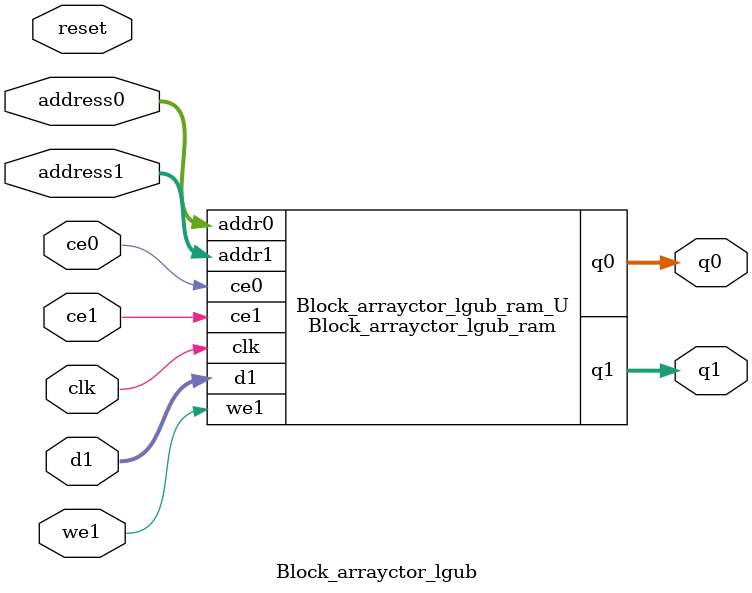
<source format=v>
`timescale 1 ns / 1 ps
module Block_arrayctor_lgub_ram (addr0, ce0, q0, addr1, ce1, d1, we1, q1,  clk);

parameter DWIDTH = 5;
parameter AWIDTH = 5;
parameter MEM_SIZE = 22;

input[AWIDTH-1:0] addr0;
input ce0;
output reg[DWIDTH-1:0] q0;
input[AWIDTH-1:0] addr1;
input ce1;
input[DWIDTH-1:0] d1;
input we1;
output reg[DWIDTH-1:0] q1;
input clk;

(* ram_style = "distributed" *)reg [DWIDTH-1:0] ram[0:MEM_SIZE-1];




always @(posedge clk)  
begin 
    if (ce0) begin
        q0 <= ram[addr0];
    end
end


always @(posedge clk)  
begin 
    if (ce1) begin
        if (we1) 
            ram[addr1] <= d1; 
        q1 <= ram[addr1];
    end
end


endmodule

`timescale 1 ns / 1 ps
module Block_arrayctor_lgub(
    reset,
    clk,
    address0,
    ce0,
    q0,
    address1,
    ce1,
    we1,
    d1,
    q1);

parameter DataWidth = 32'd5;
parameter AddressRange = 32'd22;
parameter AddressWidth = 32'd5;
input reset;
input clk;
input[AddressWidth - 1:0] address0;
input ce0;
output[DataWidth - 1:0] q0;
input[AddressWidth - 1:0] address1;
input ce1;
input we1;
input[DataWidth - 1:0] d1;
output[DataWidth - 1:0] q1;



Block_arrayctor_lgub_ram Block_arrayctor_lgub_ram_U(
    .clk( clk ),
    .addr0( address0 ),
    .ce0( ce0 ),
    .q0( q0 ),
    .addr1( address1 ),
    .ce1( ce1 ),
    .we1( we1 ),
    .d1( d1 ),
    .q1( q1 ));

endmodule


</source>
